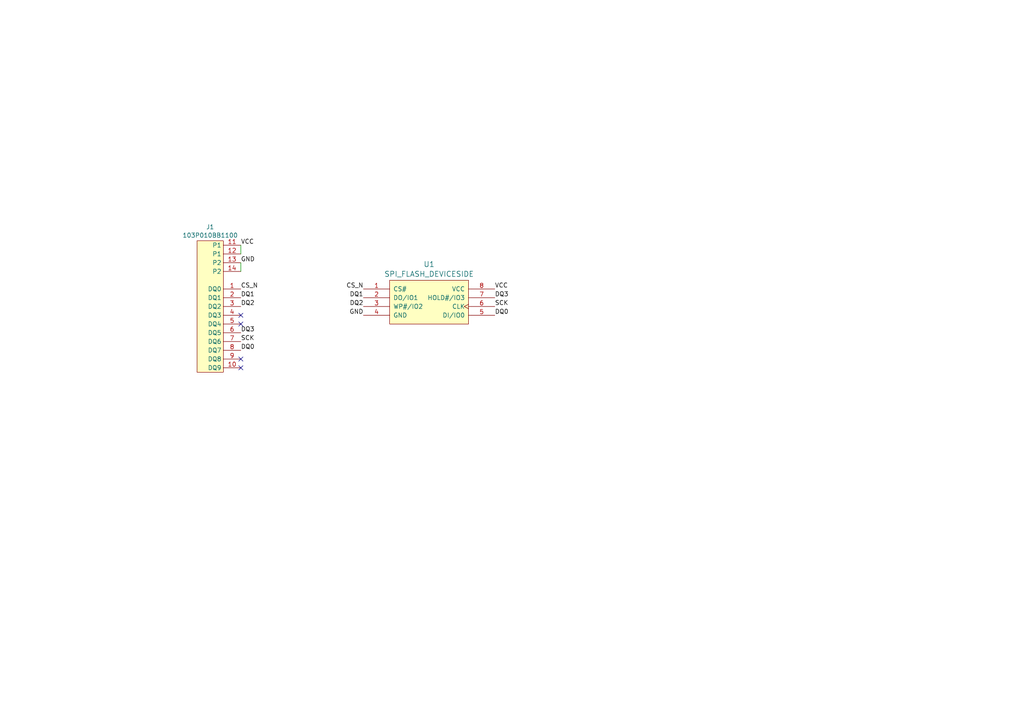
<source format=kicad_sch>
(kicad_sch (version 20231120) (generator "eeschema") (generator_version "8.0")
  (paper "A4")
  (lib_symbols
    (symbol "memory-azonenberg:SPI_FLASH_DEVICESIDE" (pin_names (offset 1.016))
      (property "Reference" "U" (at 0 -1.27 0))
      (property "Value" "SPI_FLASH_DEVICESIDE" (at 0 -3.81 0))
      (symbol "SPI_FLASH_DEVICESIDE_0_1"
        (rectangle (start -11.43 12.7) (end 11.43 0) (fill (type background)))
      )
      (symbol "SPI_FLASH_DEVICESIDE_1_1"
        (pin input line (at -19.05 10.16 0) (length 7.62) (name "CS#") (number "1"))
        (pin bidirectional line (at -19.05 7.62 0) (length 7.62) (name "DO/IO1") (number "2"))
        (pin bidirectional line (at -19.05 5.08 0) (length 7.62) (name "WP#/IO2") (number "3"))
        (pin power_in line (at -19.05 2.54 0) (length 7.62) (name "GND") (number "4"))
        (pin bidirectional line (at 19.05 2.54 180) (length 7.62) (name "DI/IO0") (number "5"))
        (pin input clock (at 19.05 5.08 180) (length 7.62) (name "CLK") (number "6"))
        (pin bidirectional line (at 19.05 7.62 180) (length 7.62) (name "HOLD#/IO3") (number "7"))
        (pin power_in line (at 19.05 10.16 180) (length 7.62) (name "VCC") (number "8"))
      )
    )
    (symbol "special-azonenberg:CONN_AMPHENOL_103P010BB100_PWRIN"
      (property "Reference" "J" (at 0 -1.27 0))
      (symbol "CONN_AMPHENOL_103P010BB100_PWRIN_1_1"
        (rectangle (start 7.62 38.1) (end 0 0) (fill (type background)))
        (pin power_in line (at -5.08 24.13 0) (length 5.08) (name "DQ0") (number "1"))
        (pin power_in line (at -5.08 1.27 0) (length 5.08) (name "DQ9") (number "10"))
        (pin power_in line (at -5.08 36.83 0) (length 5.08) (name "P1") (number "11"))
        (pin power_in line (at -5.08 34.29 0) (length 5.08) (name "P1") (number "12"))
        (pin power_in line (at -5.08 31.75 0) (length 5.08) (name "P2") (number "13"))
        (pin power_in line (at -5.08 29.21 0) (length 5.08) (name "P2") (number "14"))
        (pin power_in line (at -5.08 21.59 0) (length 5.08) (name "DQ1") (number "2"))
        (pin power_in line (at -5.08 19.05 0) (length 5.08) (name "DQ2") (number "3"))
        (pin power_in line (at -5.08 16.51 0) (length 5.08) (name "DQ3") (number "4"))
        (pin power_in line (at -5.08 13.97 0) (length 5.08) (name "DQ4") (number "5"))
        (pin power_in line (at -5.08 11.43 0) (length 5.08) (name "DQ5") (number "6"))
        (pin power_in line (at -5.08 8.89 0) (length 5.08) (name "DQ6") (number "7"))
        (pin power_in line (at -5.08 6.35 0) (length 5.08) (name "DQ7") (number "8"))
        (pin power_in line (at -5.08 3.81 0) (length 5.08) (name "DQ8") (number "9"))
      )
    )
  )
  (no_connect (at 69.85 104.14))
  (no_connect (at 69.85 91.44))
  (no_connect (at 69.85 106.68))
  (no_connect (at 69.85 93.98))
  (wire (pts (xy 69.85 71.12) (xy 69.85 73.66)))
  (wire (pts (xy 69.85 76.2) (xy 69.85 78.74)))
  (label "DQ0" (at 69.85 101.6 0))
  (label "DQ3" (at 143.51 86.36 0))
  (label "SCK" (at 69.85 99.06 0))
  (label "SCK" (at 143.51 88.9 0))
  (label "DQ2" (at 105.41 88.9 180))
  (label "DQ0" (at 143.51 91.44 0))
  (label "VCC" (at 69.85 71.12 0))
  (label "DQ2" (at 69.85 88.9 0))
  (label "DQ3" (at 69.85 96.52 0))
  (label "GND" (at 69.85 76.2 0))
  (label "DQ1" (at 69.85 86.36 0))
  (label "DQ1" (at 105.41 86.36 180))
  (label "GND" (at 105.41 91.44 180))
  (label "CS_N" (at 69.85 83.82 0))
  (label "VCC" (at 143.51 83.82 0))
  (label "CS_N" (at 105.41 83.82 180))
  (symbol (lib_id "memory-azonenberg:SPI_FLASH_DEVICESIDE") (at 124.46 93.98 0) (unit 1)
    (property "Reference" "U1" (at 124.46 76.6496 0) (effects (font (size 1.524 1.524))))
    (property "Value" "SPI_FLASH_DEVICESIDE" (at 124.46 79.4825 0) (effects (font (size 1.524 1.524))))
    (property "Footprint" "azonenberg_pcb:SOIC_8_3.9MM_INTERPOSER" (effects (hide yes)))
  )
  (symbol (lib_id "special-azonenberg:CONN_AMPHENOL_103P010BB100_PWRIN") (at 64.77 107.95 0) (mirror y) (unit 1)
    (property "Reference" "J1" (at 60.96 65.8325 0))
    (property "Value" "103P010BB1100" (at 60.96 68.2568 0))
    (property "Footprint" "azonenberg_pcb:CONN_AMPHENOL_103P010BB100" (effects (hide yes)))
  )
)
</source>
